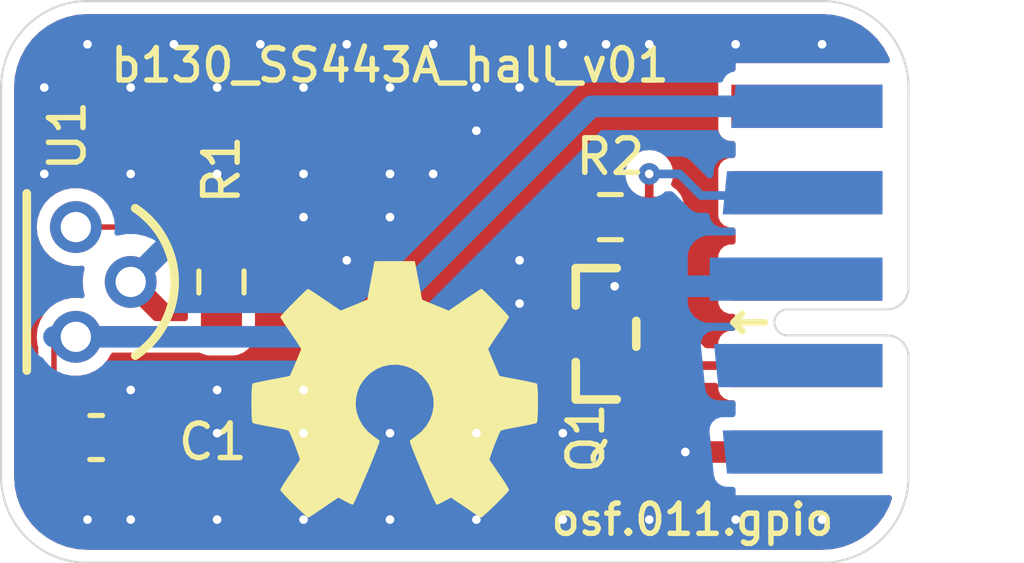
<source format=kicad_pcb>
(kicad_pcb (version 20211014) (generator pcbnew)
  (layers (0 "F.Cu" signal) (31 "B.Cu" signal) (34 "B.Paste" user) (35 "F.Paste" user) (36 "B.SilkS" user "B.Silkscreen") (37 "F.SilkS" user "F.Silkscreen") (38 "B.Mask" user) (39 "F.Mask" user) (44 "Edge.Cuts" user))
  (net 0 "")
  (net 1 "/SS443A/5V")
  (net 2 "GND")
  (net 3 "/SS443A/OUT")
  (net 9 "/SS443A/3V3")
  (net 10 "Net-(Q1-Pad1)")
  (footprint "on_edge:on_edge_2x05_device" (layer "F.Cu") (at 160.99943 96.435396 90)
    (fp_text reference "J1")
    (fp_text value "011_GPIO")
    (fp_line (start -1 -4.05) (end -1 -3.323) (layer "F.SilkS") (width 0.153))
    (fp_line (start -1.2 -3.85) (end -1 -4.05) (layer "F.SilkS") (width 0.153))
    (fp_line (start -1 -4.05) (end -0.8 -3.85) (layer "F.SilkS") (width 0.153))
    (fp_line (start -1.3 -2.8) (end -1.3 -0.5) (layer "Edge.Cuts") (width 0.05))
    (fp_line (start -0.7 -0.5) (end -0.7 -2.8) (layer "Edge.Cuts") (width 0.05))
    (fp_line (start -0.2 0) (end 4 0) (layer "Edge.Cuts") (width 0.05))
    (fp_line (start -4 0) (end -1.8 0) (layer "Edge.Cuts") (width 0.05))
    (fp_arc (start -1.3 -2.8) (mid -1 -3.1) (end -0.7 -2.8) (layer "Edge.Cuts") (width 0.05))
    (fp_arc (start -1.3 -0.5) (mid -1.446447 -0.146447) (end -1.8 0) (layer "Edge.Cuts") (width 0.05))
    (fp_arc (start -0.2 0) (mid -0.553553 -0.146447) (end -0.7 -0.5) (layer "Edge.Cuts") (width 0.05))
    (pad "1" smd rect (at -4 -2.35 270) (size 1 3.5) (layers "F.Cu" "F.Mask") (net 2 "GND"))
    (pad "2" smd rect (at -2 -2.35 90) (size 1 3.5) (layers "F.Cu" "F.Mask") (net 3 "/SS443A/OUT"))
    (pad "3" smd rect (at 0 -2.35 90) (size 1 3.5) (layers "F.Cu" "F.Mask"))
    (pad "4" smd rect (at 2 -2.35 270) (size 1 3.5) (layers "F.Cu" "F.Mask"))
    (pad "5" smd rect (at 4 -2.35 270) (size 1 3.5) (layers "F.Cu" "F.Mask"))
    (pad "6" smd custom (at -4 -2.4 90) (size 1 3.6) (layers "B.Cu" "B.Mask") (options (clearance outline) (anchor rect)) (primitives (gr_poly (pts (xy 0.5 -1.8) (xy -0.5 -1.8) (xy 0.5 -1.9)) (width 0) (fill yes))))
    (pad "7" smd custom (at -2 -2.1 90) (size 1 3) (layers "B.Cu" "B.Mask") (options (clearance outline) (anchor rect)) (primitives (gr_poly (pts (xy 0.5 -0.99) (xy 0.48 -0.97) (xy 0.44 -0.92) (xy 0.4 -0.86) (xy 0.37 -0.81) (xy 0.35 -0.76) (xy 0.33 -0.7) (xy 0.31 -0.62) (xy 0.3 -0.51) (xy 0.3 1.5) (xy -0.5 1.5) (xy -0.5 -2.3) (xy 0.5 -2.4)) (width 0) (fill yes))))
    (pad "8" smd rect (at 0 -2.6 90) (size 1 4) (layers "B.Cu" "B.Mask") (net 2 "GND"))
    (pad "9" smd custom (at 2 -2.4 90) (size 1 3.6) (layers "B.Cu" "B.Mask") (net 9 "/SS443A/3V3") (options (clearance outline) (anchor rect)) (primitives (gr_poly (pts (xy 0.5 -1.8) (xy -0.5 -1.8) (xy -0.5 -1.9)) (width 0) (fill yes))))
    (pad "10" smd custom (at 4 -2.3 90) (size 1 3.4) (layers "B.Cu" "B.Mask") (net 1 "/SS443A/5V") (options (clearance outline) (anchor rect)) (primitives (gr_poly (pts (xy 0.5 -1.7) (xy -0.5 -1.7) (xy -0.5 -1.8)) (width 0) (fill yes))))
    (zone (net 0) (net_name "") (layers F&B.Cu) (connect_pads (clearance 0)) (min_thickness 0.254)
      (keepout (tracks allowed) (vias not_allowed) (pads allowed) (copperpour not_allowed) (footprints not_allowed))
      (fill (thermal_gap 0.508) (thermal_bridge_width 0.508))
      (polygon (pts (xy 160.99943 91.435396) (xy 160.99943 101.435396) (xy 156.99943 101.435396) (xy 156.99943 91.435396)))
    )
  )
  (footprint "torque:FP-S-03946-MFG" (layer "F.Cu") (at 154 97.7 180)
    (fp_text reference "Q1" (at 0 -3.3 90 unlocked) (layer "F.SilkS") (effects (font (size 0.8 0.8) (thickness 0.127)) (justify left bottom)))
    (fp_text value "SI2302DDS-T1-GE3" hide)
    (fp_line (start -0.7 -0.298099) (end -0.7 0.298099) (layer "F.SilkS") (width 0.2))
    (fp_line (start 0.7 -1.52) (end 0.7 -0.654398) (layer "F.SilkS") (width 0.2))
    (fp_line (start 0.7 0.654401) (end 0.7 1.52) (layer "F.SilkS") (width 0.2))
    (fp_line (start 0.7 -1.52) (end -0.24733 -1.52) (layer "F.SilkS") (width 0.2))
    (fp_line (start 0.7 1.52) (end -0.24733 1.52) (layer "F.SilkS") (width 0.2))
    (pad "1" smd rect (at -0.990628 -0.9525 180) (size 0.7366 0.5588) (layers "F.Cu" "F.Paste" "F.Mask") (net 10 "Net-(Q1-Pad1)"))
    (pad "2" smd rect (at -0.990628 0.9525 180) (size 0.7366 0.5588) (layers "F.Cu" "F.Paste" "F.Mask") (net 2 "GND"))
    (pad "3" smd rect (at 0.99063 0 180) (size 0.7366 0.5588) (layers "F.Cu" "F.Paste" "F.Mask") (net 3 "/SS443A/OUT"))
  )
  (footprint "Symbol:OSHW-Symbol_6.7x6mm_SilkScreen" (layer "F.Cu") (at 149.1 99)
    (fp_text reference "LOGO1" hide)
    (fp_text value "Logo_Open_Hardware_Small" hide)
    (fp_poly (pts (xy 0.555814 -2.531069) (xy 0.639635 -2.086445) (xy 0.94892 -1.958947) (xy 1.258206 -1.831449) (xy 1.629246 -2.083754) (xy 1.733157 -2.154004) (xy 1.827087 -2.216728) (xy 1.906652 -2.269062) (xy 1.96747 -2.308143) (xy 2.005157 -2.331107) (xy 2.015421 -2.336058) (xy 2.03391 -2.323324) (xy 2.07342 -2.288118) (xy 2.129522 -2.234938) (xy 2.197787 -2.168282) (xy 2.273786 -2.092646) (xy 2.353092 -2.012528) (xy 2.431275 -1.932426) (xy 2.503907 -1.856836) (xy 2.566559 -1.790255) (xy 2.614803 -1.737182) (xy 2.64421 -1.702113) (xy 2.651241 -1.690377) (xy 2.641123 -1.66874) (xy 2.612759 -1.621338) (xy 2.569129 -1.552807) (xy 2.513218 -1.467785) (xy 2.448006 -1.370907) (xy 2.410219 -1.31565) (xy 2.341343 -1.214752) (xy 2.28014 -1.123701) (xy 2.229578 -1.04703) (xy 2.192628 -0.989272) (xy 2.172258 -0.954957) (xy 2.169197 -0.947746) (xy 2.176136 -0.927252) (xy 2.195051 -0.879487) (xy 2.223087 -0.811168) (xy 2.257391 -0.729011) (xy 2.295109 -0.63973) (xy 2.333387 -0.550042) (xy 2.36937 -0.466662) (xy 2.400206 -0.396306) (xy 2.423039 -0.34569) (xy 2.435017 -0.321529) (xy 2.435724 -0.320578) (xy 2.454531 -0.315964) (xy 2.504618 -0.305672) (xy 2.580793 -0.290713) (xy 2.677865 -0.272099) (xy 2.790643 -0.250841) (xy 2.856442 -0.238582) (xy 2.97695 -0.215638) (xy 3.085797 -0.193805) (xy 3.177476 -0.174278) (xy 3.246481 -0.158252) (xy 3.287304 -0.146921) (xy 3.295511 -0.143326) (xy 3.303548 -0.118994) (xy 3.310033 -0.064041) (xy 3.31497 0.015108) (xy 3.318364 0.112026) (xy 3.320218 0.220287) (xy 3.320538 0.333465) (xy 3.319327 0.445135) (xy 3.31659 0.548868) (xy 3.312331 0.638241) (xy 3.306555 0.706826) (xy 3.299267 0.748197) (xy 3.294895 0.75681) (xy 3.268764 0.767133) (xy 3.213393 0.781892) (xy 3.136107 0.799352) (xy 3.04423 0.81778) (xy 3.012158 0.823741) (xy 2.857524 0.852066) (xy 2.735375 0.874876) (xy 2.641673 0.89308) (xy 2.572384 0.907583) (xy 2.523471 0.919292) (xy 2.490897 0.929115) (xy 2.470628 0.937956) (xy 2.458626 0.946724) (xy 2.456947 0.948457) (xy 2.440184 0.976371) (xy 2.414614 1.030695) (xy 2.382788 1.104777) (xy 2.34726 1.191965) (xy 2.310583 1.285608) (xy 2.275311 1.379052) (xy 2.243996 1.465647) (xy 2.219193 1.53874) (xy 2.203454 1.591678) (xy 2.199332 1.617811) (xy 2.199676 1.618726) (xy 2.213641 1.640086) (xy 2.245322 1.687084) (xy 2.291391 1.754827) (xy 2.348518 1.838423) (xy 2.413373 1.932982) (xy 2.431843 1.959854) (xy 2.497699 2.057275) (xy 2.55565 2.146163) (xy 2.602538 2.221412) (xy 2.635207 2.27792) (xy 2.6505 2.310581) (xy 2.651241 2.314593) (xy 2.638392 2.335684) (xy 2.602888 2.377464) (xy 2.549293 2.435445) (xy 2.482171 2.505135) (xy 2.406087 2.582045) (xy 2.325604 2.661683) (xy 2.245287 2.739561) (xy 2.169699 2.811186) (xy 2.103405 2.87207) (xy 2.050969 2.917721) (xy 2.016955 2.94365) (xy 2.007545 2.947883) (xy 1.985643 2.937912) (xy 1.9408 2.91102) (xy 1.880321 2.871736) (xy 1.833789 2.840117) (xy 1.749475 2.782098) (xy 1.649626 2.713784) (xy 1.549473 2.645579) (xy 1.495627 2.609075) (xy 1.313371 2.4858) (xy 1.160381 2.56852) (xy 1.090682 2.604759) (xy 1.031414 2.632926) (xy 0.991311 2.648991) (xy 0.981103 2.651226) (xy 0.968829 2.634722) (xy 0.944613 2.588082) (xy 0.910263 2.515609) (xy 0.867588 2.421606) (xy 0.818394 2.310374) (xy 0.76449 2.186215) (xy 0.707684 2.053432) (xy 0.649782 1.916327) (xy 0.592593 1.779202) (xy 0.537924 1.646358) (xy 0.487584 1.522098) (xy 0.44338 1.410725) (xy 0.407119 1.316539) (xy 0.380609 1.243844) (xy 0.365658 1.196941) (xy 0.363254 1.180833) (xy 0.382311 1.160286) (xy 0.424036 1.126933) (xy 0.479706 1.087702) (xy 0.484378 1.084599) (xy 0.628264 0.969423) (xy 0.744283 0.835053) (xy 0.83143 0.685784) (xy 0.888699 0.525913) (xy 0.915086 0.359737) (xy 0.909585 0.191552) (xy 0.87119 0.025655) (xy 0.798895 -0.133658) (xy 0.777626 -0.168513) (xy 0.666996 -0.309263) (xy 0.536302 -0.422286) (xy 0.390064 -0.506997) (xy 0.232808 -0.562806) (xy 0.069057 -0.589126) (xy -0.096667 -0.58537) (xy -0.259838 -0.55095) (xy -0.415935 -0.485277) (xy -0.560433 -0.387765) (xy -0.605131 -0.348187) (xy -0.718888 -0.224297) (xy -0.801782 -0.093876) (xy -0.858644 0.052315) (xy -0.890313 0.197088) (xy -0.898131 0.35986) (xy -0.872062 0.52344) (xy -0.814755 0.682298) (xy -0.728856 0.830906) (xy -0.617014 0.963735) (xy -0.481877 1.075256) (xy -0.464117 1.087011) (xy -0.40785 1.125508) (xy -0.365077 1.158863) (xy -0.344628 1.18016) (xy -0.344331 1.180833) (xy -0.348721 1.203871) (xy -0.366124 1.256157) (xy -0.394732 1.33339) (xy -0.432735 1.431268) (xy -0.478326 1.545491) (xy -0.529697 1.671758) (xy -0.585038 1.805767) (xy -0.642542 1.943218) (xy -0.700399 2.079808) (xy -0.756802 2.211237) (xy -0.809942 2.333205) (xy -0.85801 2.441409) (xy -0.899199 2.531549) (xy -0.931699 2.599323) (xy -0.953703 2.64043) (xy -0.962564 2.651226) (xy -0.98964 2.642819) (xy -1.040303 2.620272) (xy -1.105817 2.587613) (xy -1.141841 2.56852) (xy -1.294832 2.4858) (xy -1.477088 2.609075) (xy -1.570125 2.672228) (xy -1.671985 2.741727) (xy -1.767438 2.807165) (xy -1.81525 2.840117) (xy -1.882495 2.885273) (xy -1.939436 2.921057) (xy -1.978646 2.942938) (xy -1.991381 2.947563) (xy -2.009917 2.935085) (xy -2.050941 2.900252) (xy -2.110475 2.846678) (xy -2.184542 2.777983) (xy -2.269165 2.697781) (xy -2.322685 2.646286) (xy -2.416319 2.554286) (xy -2.497241 2.471999) (xy -2.562177 2.402945) (xy -2.607858 2.350644) (xy -2.631011 2.318616) (xy -2.633232 2.312116) (xy -2.622924 2.287394) (xy -2.594439 2.237405) (xy -2.550937 2.167212) (xy -2.495577 2.081875) (xy -2.43152 1.986456) (xy -2.413303 1.959854) (xy -2.346927 1.863167) (xy -2.287378 1.776117) (xy -2.237984 1.703595) (xy -2.202075 1.650493) (xy -2.182981 1.621703) (xy -2.181136 1.618726) (xy -2.183895 1.595782) (xy -2.198538 1.545336) (xy -2.222513 1.474041) (xy -2.253266 1.388547) (xy -2.288244 1.295507) (xy -2.324893 1.201574) (xy -2.360661 1.113399) (xy -2.392994 1.037634) (xy -2.419338 0.980931) (xy -2.437142 0.949943) (xy -2.438407 0.948457) (xy -2.449294 0.939601) (xy -2.467682 0.930843) (xy -2.497606 0.921277) (xy -2.543103 0.909996) (xy -2.608209 0.896093) (xy -2.696961 0.878663) (xy -2.813393 0.856798) (xy -2.961542 0.829591) (xy -2.993618 0.823741) (xy -3.088686 0.805374) (xy -3.171565 0.787405) (xy -3.23493 0.771569) (xy -3.271458 0.7596) (xy -3.276356 0.75681) (xy -3.284427 0.732072) (xy -3.290987 0.67679) (xy -3.296033 0.597389) (xy -3.299559 0.500296) (xy -3.301561 0.391938) (xy -3.302036 0.27874) (xy -3.300977 0.167128) (xy -3.298382 0.063529) (xy -3.294246 -0.025632) (xy -3.288563 -0.093928) (xy -3.281331 -0.134934) (xy -3.276971 -0.143326) (xy -3.252698 -0.151792) (xy -3.197426 -0.165565) (xy -3.116662 -0.18345) (xy -3.015912 -0.204252) (xy -2.900683 -0.226777) (xy -2.837902 -0.238582) (xy -2.718787 -0.260849) (xy -2.612565 -0.281021) (xy -2.524427 -0.298085) (xy -2.459566 -0.311031) (xy -2.423174 -0.318845) (xy -2.417184 -0.320578) (xy -2.407061 -0.34011) (xy -2.385662 -0.387157) (xy -2.355839 -0.454997) (xy -2.320445 -0.536909) (xy -2.282332 -0.626172) (xy -2.244353 -0.716065) (xy -2.20936 -0.799865) (xy -2.180206 -0.870853) (xy -2.159743 -0.922306) (xy -2.150823 -0.947503) (xy -2.150657 -0.948604) (xy -2.160769 -0.968481) (xy -2.189117 -1.014223) (xy -2.232723 -1.081283) (xy -2.288606 -1.165116) (xy -2.353787 -1.261174) (xy -2.391679 -1.31635) (xy -2.460725 -1.417519) (xy -2.52205 -1.50937) (xy -2.572663 -1.587256) (xy -2.609571 -1.646531) (xy -2.629782 -1.682549) (xy -2.632701 -1.690623) (xy -2.620153 -1.709416) (xy -2.585463 -1.749543) (xy -2.533063 -1.806507) (xy -2.467384 -1.875815) (xy -2.392856 -1.952969) (xy -2.313913 -2.033475) (xy -2.234983 -2.112837) (xy -2.1605 -2.18656) (xy -2.094894 -2.250148) (xy -2.042596 -2.299106) (xy -2.008039 -2.328939) (xy -1.996478 -2.336058) (xy -1.977654 -2.326047) (xy -1.932631 -2.297922) (xy -1.865787 -2.254546) (xy -1.781499 -2.198782) (xy -1.684144 -2.133494) (xy -1.610707 -2.083754) (xy -1.239667 -1.831449) (xy -0.621095 -2.086445) (xy -0.537275 -2.531069) (xy -0.453454 -2.975693) (xy 0.471994 -2.975693) (xy 0.555814 -2.531069)) (layer "F.SilkS") (width 0.01) (fill solid))
  )
  (footprint "Resistor_SMD:R_0603_1608Metric_Pad0.98x0.95mm_HandSolder" (layer "F.Cu") (at 145.1 96.5 90)
    (fp_text reference "R1" (at 2.6 0 90) (layer "F.SilkS") (effects (font (size 0.8 0.8) (thickness 0.127))))
    (fp_text value "10k")
    (fp_line (start -0.254724 -0.5225) (end 0.254724 -0.5225) (layer "F.SilkS") (width 0.12))
    (fp_line (start -0.254724 0.5225) (end 0.254724 0.5225) (layer "F.SilkS") (width 0.12))
    (pad "1" smd roundrect (at -0.9125 0 90) (size 0.975 0.95) (layers "F.Cu" "F.Paste" "F.Mask") (net 1 "/SS443A/5V"))
    (pad "2" smd roundrect (at 0.9125 0 90) (size 0.975 0.95) (layers "F.Cu" "F.Paste" "F.Mask") (net 10 "Net-(Q1-Pad1)"))
  )
  (footprint "Capacitor_SMD:C_0603_1608Metric_Pad1.08x0.95mm_HandSolder" (layer "F.Cu") (at 142.2 100.1)
    (fp_text reference "C1" (at 2.7 0.1) (layer "F.SilkS") (effects (font (size 0.8 0.8) (thickness 0.127))))
    (fp_text value "100nF")
    (fp_line (start -0.146267 -0.51) (end 0.146267 -0.51) (layer "F.SilkS") (width 0.12))
    (fp_line (start -0.146267 0.51) (end 0.146267 0.51) (layer "F.SilkS") (width 0.12))
    (pad "1" smd roundrect (at -0.8625 0) (size 1.075 0.95) (layers "F.Cu" "F.Paste" "F.Mask") (net 1 "/SS443A/5V"))
    (pad "2" smd roundrect (at 0.8625 0) (size 1.075 0.95) (layers "F.Cu" "F.Paste" "F.Mask") (net 2 "GND"))
  )
  (footprint "torque:FP-SS443A-MFG" (layer "F.Cu") (at 141.895 96.500007 180)
    (fp_text reference "U1" (at -0.105 2.500007 90 unlocked) (layer "F.SilkS") (effects (font (size 0.8 0.8) (thickness 0.127)) (justify left bottom)))
    (fp_text value "SS443A" hide)
    (fp_line (start 1.3 -2.049998) (end 1.3 2.049998) (layer "F.SilkS") (width 0.2))
    (fp_arc (start -1.210346 1.704511) (mid -2.121426 0) (end -1.210346 -1.704511) (layer "F.SilkS") (width 0.2))
    (pad "1" thru_hole circle (at 0.164997 -1.27 180) (size 1.2 1.2) (drill 0.7) (layers *.Cu *.Mask) (net 1 "/SS443A/5V"))
    (pad "2" thru_hole circle (at -1.105 0 180) (size 1.2 1.2) (drill 0.7) (layers *.Cu *.Mask) (net 2 "GND"))
    (pad "3" thru_hole circle (at 0.164997 1.27 180) (size 1.2 1.2) (drill 0.7) (layers *.Cu *.Mask) (net 10 "Net-(Q1-Pad1)"))
  )
  (footprint "Resistor_SMD:R_0603_1608Metric_Pad0.98x0.95mm_HandSolder" (layer "F.Cu") (at 154.1 95 180)
    (fp_text reference "R2" (at 0 1.4) (layer "F.SilkS") (effects (font (size 0.8 0.8) (thickness 0.127))))
    (fp_text value "10k")
    (fp_line (start -0.254724 0.5225) (end 0.254724 0.5225) (layer "F.SilkS") (width 0.12))
    (fp_line (start -0.254724 -0.5225) (end 0.254724 -0.5225) (layer "F.SilkS") (width 0.12))
    (pad "1" smd roundrect (at -0.9125 0 180) (size 0.975 0.95) (layers "F.Cu" "F.Paste" "F.Mask") (net 9 "/SS443A/3V3"))
    (pad "2" smd roundrect (at 0.9125 0 180) (size 0.975 0.95) (layers "F.Cu" "F.Paste" "F.Mask") (net 3 "/SS443A/OUT"))
  )
  (gr_line (start 142 90) (end 159 90) (layer "Edge.Cuts") (width 0.05))
  (gr_arc (start 161 101) (mid 160.414214 102.414214) (end 159 103) (layer "Edge.Cuts") (width 0.05))
  (gr_line (start 159 103) (end 142 103) (layer "Edge.Cuts") (width 0.05))
  (gr_arc (start 159 90) (mid 160.414214 90.585786) (end 161 92) (layer "Edge.Cuts") (width 0.05))
  (gr_line (start 160.99943 92.435396) (end 161 92) (layer "Edge.Cuts") (width 0.05))
  (gr_arc (start 142 103) (mid 140.585786 102.414214) (end 140 101) (layer "Edge.Cuts") (width 0.05))
  (gr_line (start 140 101) (end 140 92) (layer "Edge.Cuts") (width 0.05))
  (gr_arc (start 140 92) (mid 140.585786 90.585786) (end 142 90) (layer "Edge.Cuts") (width 0.05))
  (gr_line (start 160.99943 100.435396) (end 161 101) (layer "Edge.Cuts") (width 0.05))
  (gr_text "b130_SS443A_hall_v01" (at 149 91.485833) (layer "F.SilkS") (effects (font (size 0.75 0.75) (thickness 0.127))))
  (gr_text "osf.011.gpio" (at 156 102) (layer "F.SilkS") (effects (font (size 0.7 0.7) (thickness 0.127))))
  (segment (start 141.22429 97.770007) (end 144.742493 97.770007) (width 0.127) (layer "F.Cu") (net 1))
  (segment (start 144.742493 97.770007) (end 145.1 97.4125) (width 0.127) (layer "F.Cu") (net 1))
  (segment (start 141.22429 99.98679) (end 141.22429 97.770007) (width 0.127) (layer "F.Cu") (net 1))
  (segment (start 141.3375 100.1) (end 141.22429 99.98679) (width 0.127) (layer "F.Cu") (net 1))
  (segment (start 141.22429 97.770007) (end 148.329993 97.770007) (width 0.5) (layer "B.Cu") (net 1))
  (segment (start 153.664604 92.435396) (end 158.69943 92.435396) (width 0.5) (layer "B.Cu") (net 1))
  (segment (start 148.329993 97.770007) (end 153.664604 92.435396) (width 0.5) (layer "B.Cu") (net 1))
  (segment (start 154.3475 96.7475) (end 154.2 96.6) (width 0.5) (layer "F.Cu") (net 2))
  (segment (start 155.835396 100.435396) (end 158.64943 100.435396) (width 0.5) (layer "F.Cu") (net 2))
  (segment (start 154.990628 96.7475) (end 154.3475 96.7475) (width 0.5) (layer "F.Cu") (net 2))
  (via (at 155 102) (size 0.5) (drill 0.2) (layers "F.Cu" "B.Cu") (net 2))
  (via (at 145 100) (size 0.5) (drill 0.2) (layers "F.Cu" "B.Cu") (net 2))
  (via (at 153 102) (size 0.5) (drill 0.2) (layers "F.Cu" "B.Cu") (net 2))
  (via (at 151 93) (size 0.5) (drill 0.2) (layers "F.Cu" "B.Cu") (net 2))
  (via (at 154.2 96.6) (size 0.5) (drill 0.2) (layers "F.Cu" "B.Cu") (net 2))
  (via (at 145 92) (size 0.5) (drill 0.2) (layers "F.Cu" "B.Cu") (net 2))
  (via (at 152 97) (size 0.5) (drill 0.2) (layers "F.Cu" "B.Cu") (net 2))
  (via (at 143 99) (size 0.5) (drill 0.2) (layers "F.Cu" "B.Cu") (net 2))
  (via (at 145 99) (size 0.5) (drill 0.2) (layers "F.Cu" "B.Cu") (net 2))
  (via (at 155.835396 100.435396) (size 0.5) (drill 0.2) (layers "F.Cu" "B.Cu") (net 2))
  (via (at 148 96) (size 0.5) (drill 0.2) (layers "F.Cu" "B.Cu") (net 2))
  (via (at 152 92) (size 0.5) (drill 0.2) (layers "F.Cu" "B.Cu") (net 2))
  (via (at 150 91) (size 0.5) (drill 0.2) (layers "F.Cu" "B.Cu") (net 2))
  (via (at 159 91) (size 0.5) (drill 0.2) (layers "F.Cu" "B.Cu") (net 2))
  (via (at 147 102) (size 0.5) (drill 0.2) (layers "F.Cu" "B.Cu") (net 2))
  (via (at 149 92) (size 0.5) (drill 0.2) (layers "F.Cu" "B.Cu") (net 2))
  (via (at 146 91) (size 0.5) (drill 0.2) (layers "F.Cu" "B.Cu") (net 2))
  (via (at 147 95) (size 0.5) (drill 0.2) (layers "F.Cu" "B.Cu") (net 2))
  (via (at 157 102) (size 0.5) (drill 0.2) (layers "F.Cu" "B.Cu") (net 2))
  (via (at 147 100) (size 0.5) (drill 0.2) (layers "F.Cu" "B.Cu") (net 2))
  (via (at 149 94) (size 0.5) (drill 0.2) (layers "F.Cu" "B.Cu") (net 2))
  (via (at 144 91) (size 0.5) (drill 0.2) (layers "F.Cu" "B.Cu") (net 2))
  (via (at 145 102) (size 0.5) (drill 0.2) (layers "F.Cu" "B.Cu") (net 2))
  (via (at 149 102) (size 0.5) (drill 0.2) (layers "F.Cu" "B.Cu") (net 2))
  (via (at 151 100) (size 0.5) (drill 0.2) (layers "F.Cu" "B.Cu") (net 2))
  (via (at 145 94) (size 0.5) (drill 0.2) (layers "F.Cu" "B.Cu") (net 2))
  (via (at 157 91) (size 0.5) (drill 0.2) (layers "F.Cu" "B.Cu") (net 2))
  (via (at 147 94) (size 0.5) (drill 0.2) (layers "F.Cu" "B.Cu") (net 2))
  (via (at 159 102) (size 0.5) (drill 0.2) (layers "F.Cu" "B.Cu") (net 2))
  (via (at 154 91) (size 0.5) (drill 0.2) (layers "F.Cu" "B.Cu") (net 2))
  (via (at 155 91) (size 0.5) (drill 0.2) (layers "F.Cu" "B.Cu") (net 2))
  (via (at 152 96) (size 0.5) (drill 0.2) (layers "F.Cu" "B.Cu") (net 2))
  (via (at 149 95) (size 0.5) (drill 0.2) (layers "F.Cu" "B.Cu") (net 2))
  (via (at 143 94) (size 0.5) (drill 0.2) (layers "F.Cu" "B.Cu") (net 2))
  (via (at 141 94) (size 0.5) (drill 0.2) (layers "F.Cu" "B.Cu") (net 2))
  (via (at 143 92) (size 0.5) (drill 0.2) (layers "F.Cu" "B.Cu") (net 2))
  (via (at 142 91) (size 0.5) (drill 0.2) (layers "F.Cu" "B.Cu") (net 2))
  (via (at 149 100) (size 0.5) (drill 0.2) (layers "F.Cu" "B.Cu") (net 2))
  (via (at 153 100) (size 0.5) (drill 0.2) (layers "F.Cu" "B.Cu") (net 2))
  (via (at 150 94) (size 0.5) (drill 0.2) (layers "F.Cu" "B.Cu") (net 2))
  (via (at 147 99) (size 0.5) (drill 0.2) (layers "F.Cu" "B.Cu") (net 2))
  (via (at 148 91) (size 0.5) (drill 0.2) (layers "F.Cu" "B.Cu") (net 2))
  (via (at 151 92) (size 0.5) (drill 0.2) (layers "F.Cu" "B.Cu") (net 2))
  (via (at 151 102) (size 0.5) (drill 0.2) (layers "F.Cu" "B.Cu") (net 2))
  (via (at 153 91) (size 0.5) (drill 0.2) (layers "F.Cu" "B.Cu") (net 2))
  (via (at 143 102) (size 0.5) (drill 0.2) (layers "F.Cu" "B.Cu") (net 2))
  (via (at 141 92) (size 0.5) (drill 0.2) (layers "F.Cu" "B.Cu") (net 2))
  (via (at 142 102) (size 0.5) (drill 0.2) (layers "F.Cu" "B.Cu") (net 2))
  (via (at 147 92) (size 0.5) (drill 0.2) (layers "F.Cu" "B.Cu") (net 2))
  (segment (start 158.4 96.6) (end 158.39943 96.59943) (width 0.5) (layer "B.Cu") (net 2))
  (segment (start 154.2 96.6) (end 158.4 96.6) (width 0.5) (layer "B.Cu") (net 2))
  (segment (start 158.39943 96.59943) (end 158.39943 96.435396) (width 0.5) (layer "B.Cu") (net 2))
  (segment (start 153.00937 95.17813) (end 153.00937 97.7) (width 0.2) (layer "F.Cu") (net 3))
  (segment (start 158.64943 98.435396) (end 156.135396 98.435396) (width 0.2) (layer "F.Cu") (net 3))
  (segment (start 156.135396 98.435396) (end 155.4 97.7) (width 0.2) (layer "F.Cu") (net 3))
  (segment (start 153.1875 95) (end 153.00937 95.17813) (width 0.2) (layer "F.Cu") (net 3))
  (segment (start 155.4 97.7) (end 153.00937 97.7) (width 0.2) (layer "F.Cu") (net 3))
  (segment (start 155 94.9875) (end 155 94.1) (width 0.2) (layer "F.Cu") (net 9))
  (segment (start 155 94.1) (end 155 94) (width 0.2) (layer "F.Cu") (net 9))
  (segment (start 155.0125 95) (end 155 94.9875) (width 0.2) (layer "F.Cu") (net 9))
  (via (at 155 94) (size 0.5) (drill 0.2) (layers "F.Cu" "B.Cu") (net 9))
  (segment (start 155 94) (end 155.7 94) (width 0.2) (layer "B.Cu") (net 9))
  (segment (start 158.534826 94.5) (end 158.59943 94.435396) (width 0.2) (layer "B.Cu") (net 9))
  (segment (start 156.2 94.5) (end 158.534826 94.5) (width 0.2) (layer "B.Cu") (net 9))
  (segment (start 155.7 94) (end 156.2 94.5) (width 0.2) (layer "B.Cu") (net 9))
  (segment (start 148.992183 98.6525) (end 145.927183 95.5875) (width 0.127) (layer "F.Cu") (net 10))
  (segment (start 144.742507 95.230007) (end 145.1 95.5875) (width 0.127) (layer "F.Cu") (net 10))
  (segment (start 154.990628 98.6525) (end 148.992183 98.6525) (width 0.127) (layer "F.Cu") (net 10))
  (segment (start 145.927183 95.5875) (end 145.1 95.5875) (width 0.127) (layer "F.Cu") (net 10))
  (segment (start 141.22429 95.230007) (end 144.742507 95.230007) (width 0.127) (layer "F.Cu") (net 10))
  (zone (net 2) (net_name "GND") (layers F&B.Cu) (connect_pads (clearance 0.3)) (min_thickness 0.127) (fill yes (thermal_gap 0.508) (thermal_bridge_width 0.508))
    (polygon (pts (xy 160.99943 91) (xy 161 102) (xy 160 103) (xy 140 103) (xy 140 90) (xy 160 90)))
  )
)
</source>
